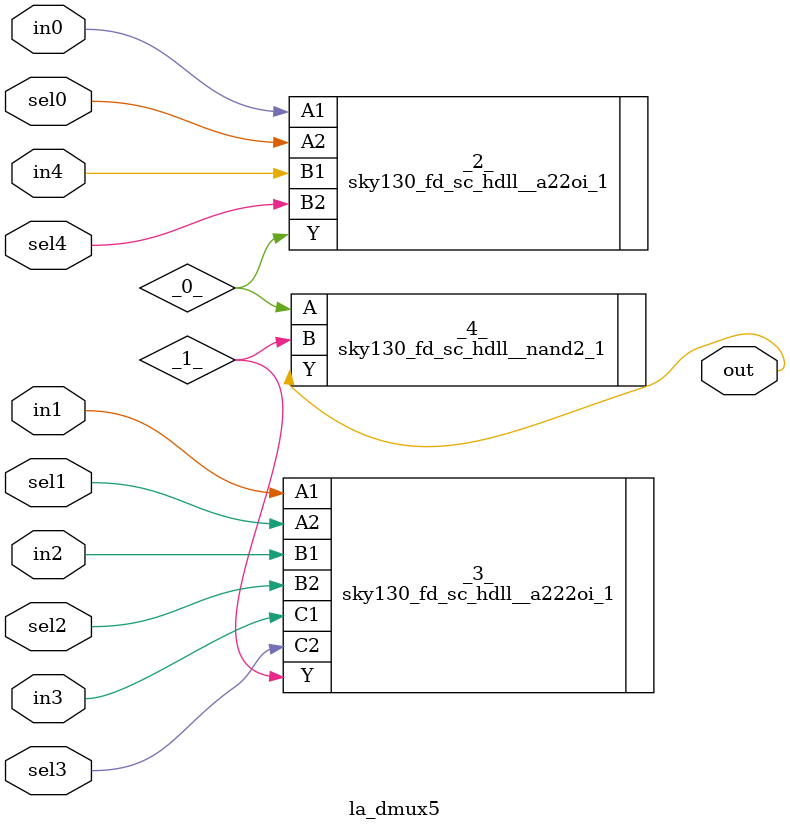
<source format=v>

/* Generated by Yosys 0.44 (git sha1 80ba43d26, g++ 11.4.0-1ubuntu1~22.04 -fPIC -O3) */

(* top =  1  *)
(* src = "inputs/la_dmux5.v:10.1-28.10" *)
module la_dmux5 (
    sel4,
    sel3,
    sel2,
    sel1,
    sel0,
    in4,
    in3,
    in2,
    in1,
    in0,
    out
);
  wire _0_;
  wire _1_;
  (* src = "inputs/la_dmux5.v:22.12-22.15" *)
  input in0;
  wire in0;
  (* src = "inputs/la_dmux5.v:21.12-21.15" *)
  input in1;
  wire in1;
  (* src = "inputs/la_dmux5.v:20.12-20.15" *)
  input in2;
  wire in2;
  (* src = "inputs/la_dmux5.v:19.12-19.15" *)
  input in3;
  wire in3;
  (* src = "inputs/la_dmux5.v:18.12-18.15" *)
  input in4;
  wire in4;
  (* src = "inputs/la_dmux5.v:23.12-23.15" *)
  output out;
  wire out;
  (* src = "inputs/la_dmux5.v:17.12-17.16" *)
  input sel0;
  wire sel0;
  (* src = "inputs/la_dmux5.v:16.12-16.16" *)
  input sel1;
  wire sel1;
  (* src = "inputs/la_dmux5.v:15.12-15.16" *)
  input sel2;
  wire sel2;
  (* src = "inputs/la_dmux5.v:14.12-14.16" *)
  input sel3;
  wire sel3;
  (* src = "inputs/la_dmux5.v:13.12-13.16" *)
  input sel4;
  wire sel4;
  sky130_fd_sc_hdll__a22oi_1 _2_ (
      .A1(in0),
      .A2(sel0),
      .B1(in4),
      .B2(sel4),
      .Y (_0_)
  );
  sky130_fd_sc_hdll__a222oi_1 _3_ (
      .A1(in1),
      .A2(sel1),
      .B1(in2),
      .B2(sel2),
      .C1(in3),
      .C2(sel3),
      .Y (_1_)
  );
  sky130_fd_sc_hdll__nand2_1 _4_ (
      .A(_0_),
      .B(_1_),
      .Y(out)
  );
endmodule

</source>
